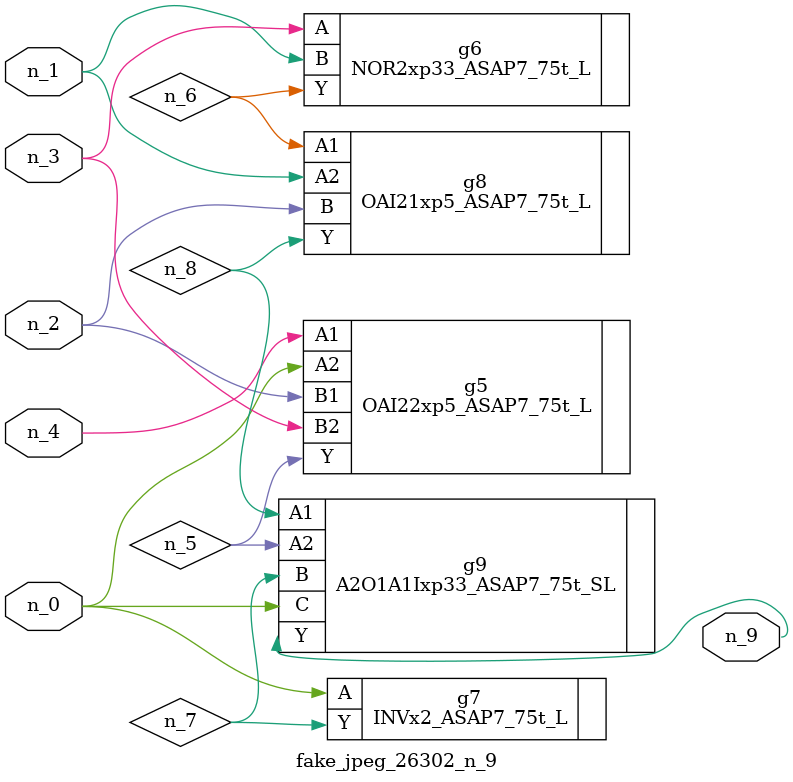
<source format=v>
module fake_jpeg_26302_n_9 (n_3, n_2, n_1, n_0, n_4, n_9);

input n_3;
input n_2;
input n_1;
input n_0;
input n_4;

output n_9;

wire n_8;
wire n_6;
wire n_5;
wire n_7;

OAI22xp5_ASAP7_75t_L g5 ( 
.A1(n_4),
.A2(n_0),
.B1(n_2),
.B2(n_3),
.Y(n_5)
);

NOR2xp33_ASAP7_75t_L g6 ( 
.A(n_3),
.B(n_1),
.Y(n_6)
);

INVx2_ASAP7_75t_L g7 ( 
.A(n_0),
.Y(n_7)
);

OAI21xp5_ASAP7_75t_L g8 ( 
.A1(n_6),
.A2(n_1),
.B(n_2),
.Y(n_8)
);

A2O1A1Ixp33_ASAP7_75t_SL g9 ( 
.A1(n_8),
.A2(n_5),
.B(n_7),
.C(n_0),
.Y(n_9)
);


endmodule
</source>
